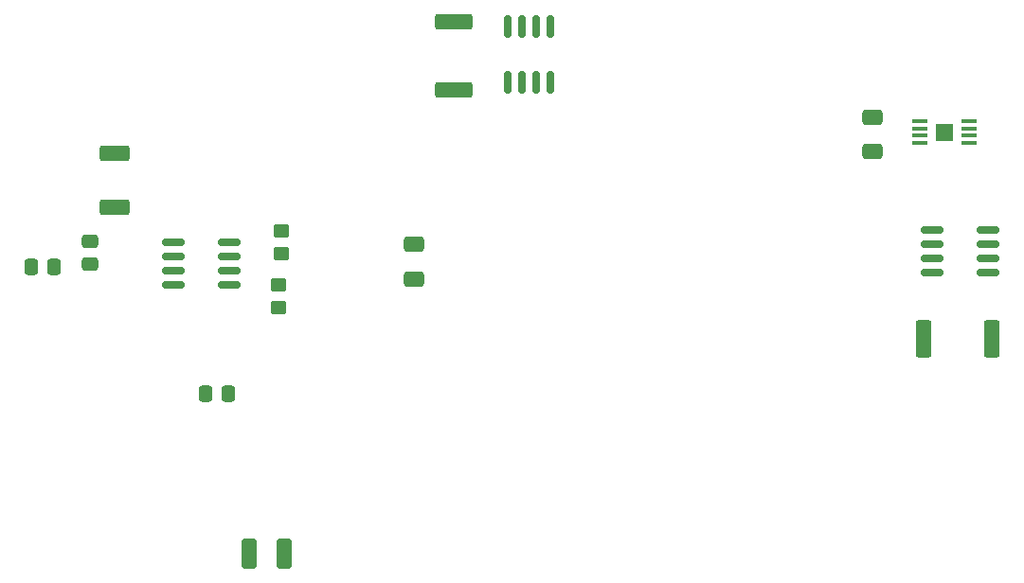
<source format=gbr>
%TF.GenerationSoftware,KiCad,Pcbnew,(6.0.1)*%
%TF.CreationDate,2022-03-30T23:18:15-05:00*%
%TF.ProjectId,system_voltages,73797374-656d-45f7-966f-6c7461676573,rev?*%
%TF.SameCoordinates,Original*%
%TF.FileFunction,Paste,Top*%
%TF.FilePolarity,Positive*%
%FSLAX46Y46*%
G04 Gerber Fmt 4.6, Leading zero omitted, Abs format (unit mm)*
G04 Created by KiCad (PCBNEW (6.0.1)) date 2022-03-30 23:18:15*
%MOMM*%
%LPD*%
G01*
G04 APERTURE LIST*
G04 Aperture macros list*
%AMRoundRect*
0 Rectangle with rounded corners*
0 $1 Rounding radius*
0 $2 $3 $4 $5 $6 $7 $8 $9 X,Y pos of 4 corners*
0 Add a 4 corners polygon primitive as box body*
4,1,4,$2,$3,$4,$5,$6,$7,$8,$9,$2,$3,0*
0 Add four circle primitives for the rounded corners*
1,1,$1+$1,$2,$3*
1,1,$1+$1,$4,$5*
1,1,$1+$1,$6,$7*
1,1,$1+$1,$8,$9*
0 Add four rect primitives between the rounded corners*
20,1,$1+$1,$2,$3,$4,$5,0*
20,1,$1+$1,$4,$5,$6,$7,0*
20,1,$1+$1,$6,$7,$8,$9,0*
20,1,$1+$1,$8,$9,$2,$3,0*%
G04 Aperture macros list end*
%ADD10RoundRect,0.250000X-0.650000X0.412500X-0.650000X-0.412500X0.650000X-0.412500X0.650000X0.412500X0*%
%ADD11RoundRect,0.249999X-0.450001X-1.425001X0.450001X-1.425001X0.450001X1.425001X-0.450001X1.425001X0*%
%ADD12RoundRect,0.250000X-0.475000X0.337500X-0.475000X-0.337500X0.475000X-0.337500X0.475000X0.337500X0*%
%ADD13RoundRect,0.250000X-0.412500X-1.100000X0.412500X-1.100000X0.412500X1.100000X-0.412500X1.100000X0*%
%ADD14RoundRect,0.150000X0.825000X0.150000X-0.825000X0.150000X-0.825000X-0.150000X0.825000X-0.150000X0*%
%ADD15RoundRect,0.249999X1.075001X-0.450001X1.075001X0.450001X-1.075001X0.450001X-1.075001X-0.450001X0*%
%ADD16RoundRect,0.150000X0.150000X-0.825000X0.150000X0.825000X-0.150000X0.825000X-0.150000X-0.825000X0*%
%ADD17RoundRect,0.150000X-0.825000X-0.150000X0.825000X-0.150000X0.825000X0.150000X-0.825000X0.150000X0*%
%ADD18RoundRect,0.250000X-0.450000X0.350000X-0.450000X-0.350000X0.450000X-0.350000X0.450000X0.350000X0*%
%ADD19RoundRect,0.250000X-0.337500X-0.475000X0.337500X-0.475000X0.337500X0.475000X-0.337500X0.475000X0*%
%ADD20RoundRect,0.249999X-1.425001X0.450001X-1.425001X-0.450001X1.425001X-0.450001X1.425001X0.450001X0*%
%ADD21R,1.400000X0.450000*%
%ADD22R,1.650000X1.510000*%
G04 APERTURE END LIST*
D10*
%TO.C,C9*%
X136321800Y-103441100D03*
X136321800Y-106566100D03*
%TD*%
D11*
%TO.C,R9*%
X140917200Y-123266200D03*
X147017200Y-123266200D03*
%TD*%
D12*
%TO.C,C4*%
X66395600Y-114557900D03*
X66395600Y-116632900D03*
%TD*%
D13*
%TO.C,C2*%
X80631900Y-142544800D03*
X83756900Y-142544800D03*
%TD*%
D14*
%TO.C,U4*%
X146645400Y-117373400D03*
X146645400Y-116103400D03*
X146645400Y-114833400D03*
X146645400Y-113563400D03*
X141695400Y-113563400D03*
X141695400Y-114833400D03*
X141695400Y-116103400D03*
X141695400Y-117373400D03*
%TD*%
D10*
%TO.C,C6*%
X95326200Y-114801906D03*
X95326200Y-117926906D03*
%TD*%
D15*
%TO.C,R4*%
X68630800Y-111518400D03*
X68630800Y-106718400D03*
%TD*%
D16*
%TO.C,U1*%
X103759000Y-100315800D03*
X105029000Y-100315800D03*
X106299000Y-100315800D03*
X107569000Y-100315800D03*
X107569000Y-95365800D03*
X106299000Y-95365800D03*
X105029000Y-95365800D03*
X103759000Y-95365800D03*
%TD*%
D17*
%TO.C,U3*%
X73878000Y-114681000D03*
X73878000Y-115951000D03*
X73878000Y-117221000D03*
X73878000Y-118491000D03*
X78828000Y-118491000D03*
X78828000Y-117221000D03*
X78828000Y-115951000D03*
X78828000Y-114681000D03*
%TD*%
D18*
%TO.C,R5*%
X83211000Y-118507000D03*
X83211000Y-120507000D03*
%TD*%
%TO.C,R7*%
X83465000Y-113681000D03*
X83465000Y-115681000D03*
%TD*%
D19*
%TO.C,C3*%
X76711900Y-128244600D03*
X78786900Y-128244600D03*
%TD*%
D20*
%TO.C,R3*%
X98907600Y-94917800D03*
X98907600Y-101017800D03*
%TD*%
D21*
%TO.C,IC1*%
X140573400Y-103825400D03*
X140573400Y-104475400D03*
X140573400Y-105125400D03*
X140573400Y-105775400D03*
X144973400Y-105775400D03*
X144973400Y-105125400D03*
X144973400Y-104475400D03*
X144973400Y-103825400D03*
D22*
X142773400Y-104800400D03*
%TD*%
D19*
%TO.C,C1*%
X61116300Y-116865400D03*
X63191300Y-116865400D03*
%TD*%
M02*

</source>
